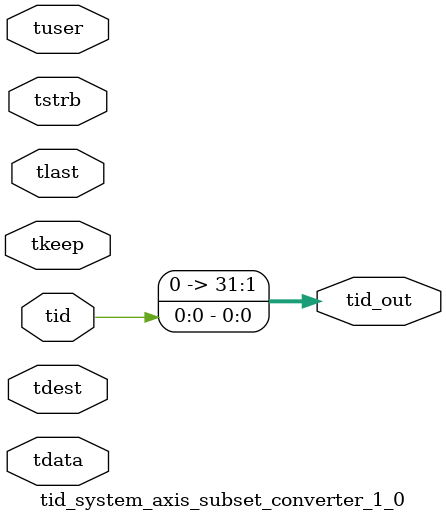
<source format=v>


`timescale 1ps/1ps

module tid_system_axis_subset_converter_1_0 #
(
parameter C_S_AXIS_TID_WIDTH   = 1,
parameter C_S_AXIS_TUSER_WIDTH = 0,
parameter C_S_AXIS_TDATA_WIDTH = 0,
parameter C_S_AXIS_TDEST_WIDTH = 0,
parameter C_M_AXIS_TID_WIDTH   = 32
)
(
input  [(C_S_AXIS_TID_WIDTH   == 0 ? 1 : C_S_AXIS_TID_WIDTH)-1:0       ] tid,
input  [(C_S_AXIS_TDATA_WIDTH == 0 ? 1 : C_S_AXIS_TDATA_WIDTH)-1:0     ] tdata,
input  [(C_S_AXIS_TUSER_WIDTH == 0 ? 1 : C_S_AXIS_TUSER_WIDTH)-1:0     ] tuser,
input  [(C_S_AXIS_TDEST_WIDTH == 0 ? 1 : C_S_AXIS_TDEST_WIDTH)-1:0     ] tdest,
input  [(C_S_AXIS_TDATA_WIDTH/8)-1:0 ] tkeep,
input  [(C_S_AXIS_TDATA_WIDTH/8)-1:0 ] tstrb,
input                                                                    tlast,
output [(C_M_AXIS_TID_WIDTH   == 0 ? 1 : C_M_AXIS_TID_WIDTH)-1:0       ] tid_out
);

assign tid_out = {tid[0:0]};

endmodule


</source>
